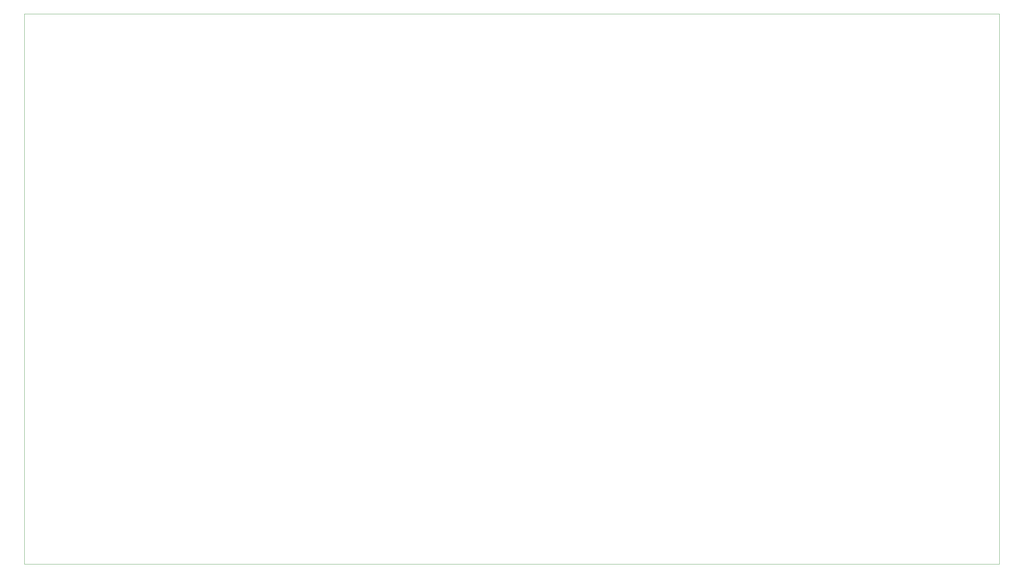
<source format=gbr>
%TF.GenerationSoftware,KiCad,Pcbnew,9.0.0*%
%TF.CreationDate,2026-02-12T20:53:49+05:30*%
%TF.ProjectId,pcb,7063622e-6b69-4636-9164-5f7063625858,rev?*%
%TF.SameCoordinates,Original*%
%TF.FileFunction,Profile,NP*%
%FSLAX46Y46*%
G04 Gerber Fmt 4.6, Leading zero omitted, Abs format (unit mm)*
G04 Created by KiCad (PCBNEW 9.0.0) date 2026-02-12 20:53:49*
%MOMM*%
%LPD*%
G01*
G04 APERTURE LIST*
%TA.AperFunction,Profile*%
%ADD10C,0.050000*%
%TD*%
G04 APERTURE END LIST*
D10*
X17920000Y-14800000D02*
X279030000Y-14800000D01*
X279030000Y-162320000D01*
X17920000Y-162320000D01*
X17920000Y-14800000D01*
M02*

</source>
